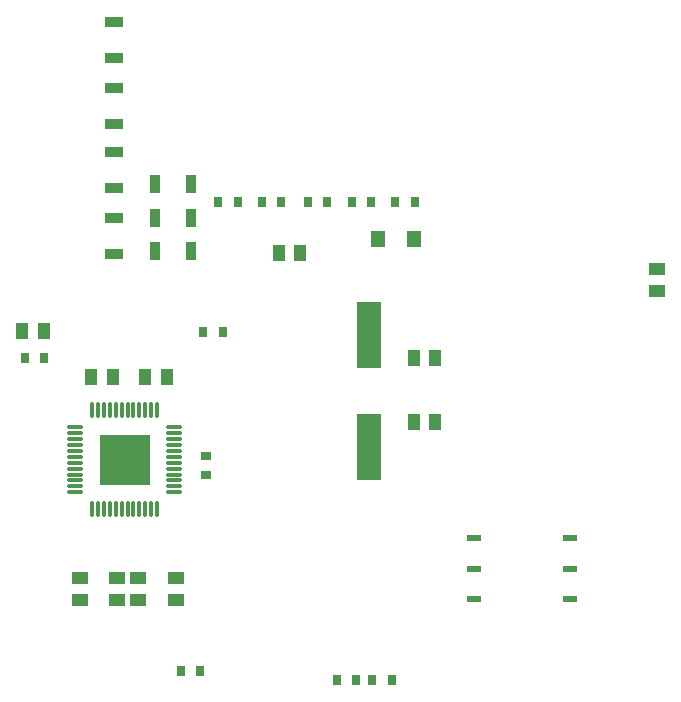
<source format=gtp>
G04*
G04 #@! TF.GenerationSoftware,Altium Limited,Altium Designer,21.6.4 (81)*
G04*
G04 Layer_Color=8421504*
%FSLAX25Y25*%
%MOIN*%
G70*
G04*
G04 #@! TF.SameCoordinates,8AD03C7C-95CA-41BD-B497-73EC2F137F48*
G04*
G04*
G04 #@! TF.FilePolarity,Positive*
G04*
G01*
G75*
%ADD19R,0.02756X0.03347*%
%ADD20R,0.06496X0.03543*%
%ADD21R,0.03347X0.02756*%
%ADD22R,0.05000X0.02008*%
%ADD23R,0.17126X0.17126*%
%ADD24O,0.01181X0.05512*%
%ADD25O,0.05512X0.01181*%
%ADD26R,0.08268X0.22047*%
%ADD27R,0.03543X0.06496*%
%ADD28R,0.04724X0.05512*%
%ADD29R,0.03937X0.05315*%
%ADD30R,0.05315X0.03937*%
D19*
X267752Y370000D02*
D03*
X274248D02*
D03*
X327252Y378500D02*
D03*
X333748D02*
D03*
X391252Y422000D02*
D03*
X397748D02*
D03*
X376752D02*
D03*
X383248D02*
D03*
X362004D02*
D03*
X368500D02*
D03*
X332252D02*
D03*
X338748D02*
D03*
X390000Y262500D02*
D03*
X383504D02*
D03*
X346752Y422000D02*
D03*
X353248D02*
D03*
X371752Y262500D02*
D03*
X378248D02*
D03*
X326248Y265500D02*
D03*
X319752D02*
D03*
D20*
X297500Y469996D02*
D03*
Y482004D02*
D03*
Y447996D02*
D03*
Y460004D02*
D03*
Y426496D02*
D03*
Y438504D02*
D03*
Y404496D02*
D03*
Y416504D02*
D03*
D21*
X328000Y337248D02*
D03*
Y330752D02*
D03*
D22*
X417555Y309894D02*
D03*
Y299500D02*
D03*
X417575Y289539D02*
D03*
X449622Y299500D02*
D03*
X449622Y309894D02*
D03*
X449622Y289539D02*
D03*
D23*
X301000Y336000D02*
D03*
D24*
X290173Y352535D02*
D03*
X294110D02*
D03*
X298047D02*
D03*
X300016D02*
D03*
X305921D02*
D03*
X307890D02*
D03*
X309858D02*
D03*
X311827D02*
D03*
Y319465D02*
D03*
X309858D02*
D03*
X307890D02*
D03*
X305921D02*
D03*
X303953D02*
D03*
X301984D02*
D03*
X300016D02*
D03*
X298047D02*
D03*
X296079D02*
D03*
X294110D02*
D03*
X292142D02*
D03*
X290173D02*
D03*
X301984Y352535D02*
D03*
X303953D02*
D03*
X296079D02*
D03*
X292142D02*
D03*
D25*
X317535Y346827D02*
D03*
Y344858D02*
D03*
Y342890D02*
D03*
Y340921D02*
D03*
Y338953D02*
D03*
Y336984D02*
D03*
Y333047D02*
D03*
Y331079D02*
D03*
Y329110D02*
D03*
Y327142D02*
D03*
Y325173D02*
D03*
X284465D02*
D03*
Y327142D02*
D03*
Y329110D02*
D03*
Y331079D02*
D03*
Y333047D02*
D03*
Y335016D02*
D03*
Y336984D02*
D03*
Y338953D02*
D03*
Y340921D02*
D03*
Y342890D02*
D03*
Y344858D02*
D03*
Y346827D02*
D03*
X317535Y335016D02*
D03*
D26*
X382500Y377701D02*
D03*
Y340299D02*
D03*
D27*
X323004Y405500D02*
D03*
X310996D02*
D03*
X310996Y416500D02*
D03*
X323004D02*
D03*
X323004Y428000D02*
D03*
X310996D02*
D03*
D28*
X385407Y409465D02*
D03*
X397507D02*
D03*
D29*
X397358Y348500D02*
D03*
X404642D02*
D03*
Y370000D02*
D03*
X397358D02*
D03*
X359642Y405000D02*
D03*
X352358D02*
D03*
X315142Y363500D02*
D03*
X307858D02*
D03*
X297142D02*
D03*
X289858D02*
D03*
X274142Y379000D02*
D03*
X266858D02*
D03*
D30*
X478500Y399642D02*
D03*
Y392358D02*
D03*
X298500Y289358D02*
D03*
Y296642D02*
D03*
X305500Y289358D02*
D03*
Y296642D02*
D03*
X318000Y289358D02*
D03*
Y296642D02*
D03*
X286000Y289358D02*
D03*
Y296642D02*
D03*
M02*

</source>
